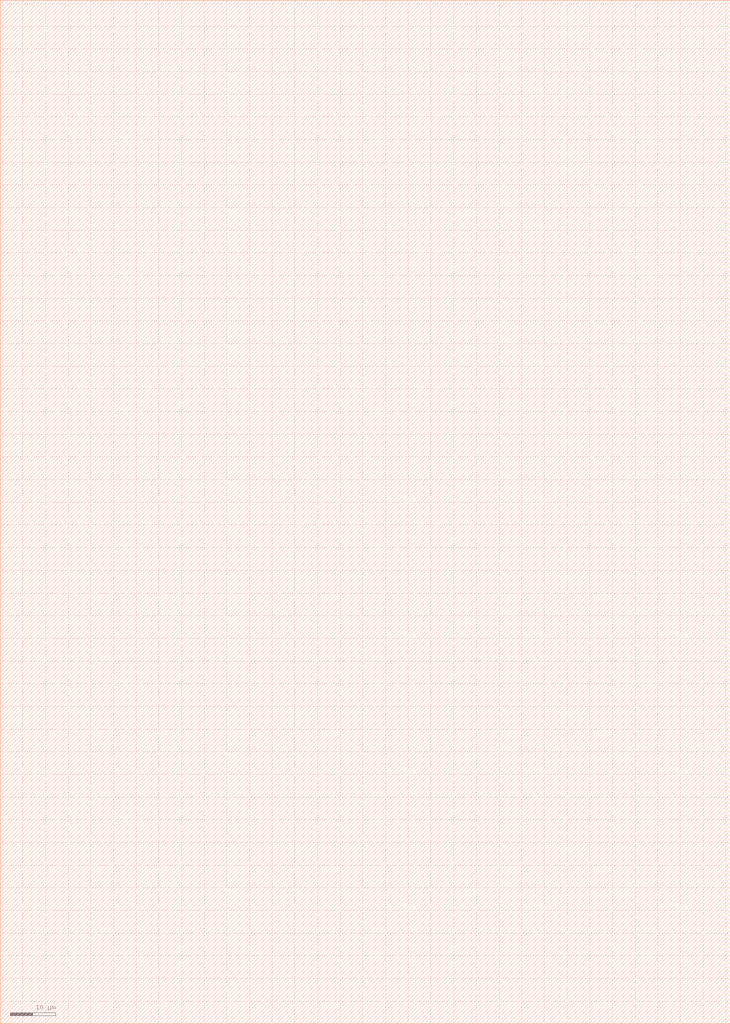
<source format=lef>
VERSION 5.7 ;
BUSBITCHARS "[]" ;
DIVIDERCHAR "/" ;

PROPERTYDEFINITIONS
  LAYER LEF58_TYPE STRING ;
  LAYER LEF58_SPACING STRING ;
  LAYER LEF58_WIDTH STRING ;
END PROPERTYDEFINITIONS

UNITS
  TIME NANOSECONDS 1 ;
  CAPACITANCE PICOFARADS 1 ;
  RESISTANCE OHMS 1 ;
  DATABASE MICRONS 1000 ;
END UNITS
MANUFACTURINGGRID 0.005 ;
LAYER OVERLAP
  TYPE OVERLAP ;
END OVERLAP

LAYER pwell
  TYPE MASTERSLICE ;
  PROPERTY LEF58_TYPE "TYPE PWELL ;" ;
END pwell

LAYER nwell
  TYPE MASTERSLICE ;
  PROPERTY LEF58_TYPE "TYPE NWELL ;" ;
  PROPERTY LEF58_SPACING "SPACING 1.27 ;" ;
  PROPERTY LEF58_WIDTH "WIDTH 0.84 ;" ;
END nwell

LAYER diff
  TYPE MASTERSLICE ;
  PROPERTY LEF58_TYPE "TYPE DIFFUSION ;" ;
  PROPERTY LEF58_SPACING "SPACING 0.27 ;" ;
  PROPERTY LEF58_WIDTH "WIDTH 0.15 ;" ;
END diff

LAYER tap
  TYPE MASTERSLICE ;
  PROPERTY LEF58_TYPE "TYPE DIFFUSION ;" ;
  PROPERTY LEF58_SPACING "SPACING 0.27 ;" ;
  PROPERTY LEF58_WIDTH "WIDTH 0.15 ;" ;
END tap

LAYER nsdm
  TYPE IMPLANT ;
  WIDTH 0.38 ;
  SPACING 0.38 ;
  AREA 0.265 ;
END nsdm

LAYER psdm
  TYPE IMPLANT ;
  WIDTH 0.38 ;
  SPACING 0.38 ;
  AREA 0.255 ;
END psdm

LAYER poly
  TYPE MASTERSLICE ;
END poly

LAYER npc
  TYPE CUT ;
  SPACING 0.27 ;
  WIDTH 0.27 ;
  ANTENNAMODEL OXIDE1 ;
END npc

LAYER licon1
  TYPE MASTERSLICE ;
  PROPERTY LEF58_TYPE "TYPE MEOL ;" ;
END licon1

LAYER li1
  TYPE ROUTING ;
  DIRECTION HORIZONTAL ;
  WIDTH 0.17 ;
  AREA 0.056 ;
  SPACING 0.17 ;
  SPACING 0.17 SAMENET ;
  RESISTANCE RPERSQ 12.2 ;
  CAPACITANCE CPERSQDIST 3.69e-05 ;
  THICKNESS 0.1 ;
  EDGECAPACITANCE 3.26e-06 ;
  ANTENNAMODEL OXIDE1 ;
    ANTENNASIDEAREARATIO 75 ;
    ANTENNADIFFSIDEAREARATIO PWL ( ( 0 75 ) ( 0.0125 75 ) ( 0.0225 85.125 ) ( 22.5 10200 ) ) ;
END li1

LAYER mcon
  TYPE CUT ;
  SPACING 0.19 ;
  WIDTH 0.17 ;
  ENCLOSURE BELOW 0 0 ;
  ENCLOSURE ABOVE 0.03 0.06 ;
  ANTENNAMODEL OXIDE1 ;
    ANTENNAAREARATIO 3 ;
    ANTENNADIFFAREARATIO PWL ( ( 0 3 ) ( 0.0125 3 ) ( 0.0225 3.405 ) ( 22.5 408 ) ) ;
  DCCURRENTDENSITY AVERAGE 0.36 ;
END mcon

LAYER met1
  TYPE ROUTING ;
  DIRECTION HORIZONTAL ;
  PITCH 0.28 0.28 ;
  WIDTH 0.14 ;
  OFFSET 0.14 0.14 ;
  AREA 0.083 ;
  SPACING 0.14 ;
  SPACING 0.28 RANGE 3.005 10000 ;
  SPACING 0.14 SAMENET ;
  SPACING 0.28 RANGE 3.005 10000 INFLUENCE 0.28 ;
  MAXWIDTH 4 ;
  MINENCLOSEDAREA 0.14 ;
  RESISTANCE RPERSQ 0.125 ;
  CAPACITANCE CPERSQDIST 2.58e-05 ;
  THICKNESS 0.35 ;
  EDGECAPACITANCE 1.79e-06 ;
  ANTENNAMODEL OXIDE1 ;
    ANTENNASIDEAREARATIO 400 ;
    ANTENNADIFFSIDEAREARATIO PWL ( ( 0 400 ) ( 0.0125 400 ) ( 0.0225 2609 ) ( 22.5 11600 ) ) ;
  ACCURRENTDENSITY RMS 6.1 ;
  DCCURRENTDENSITY AVERAGE 2.8 ;
END met1

LAYER via
  TYPE CUT ;
  SPACING 0.17 ;
  WIDTH 0.15 ;
  ENCLOSURE BELOW 0.055 0.085 ;
  ENCLOSURE ABOVE 0.055 0.085 ;
  ANTENNAMODEL OXIDE1 ;
    ANTENNAAREARATIO 6 ;
    ANTENNADIFFAREARATIO PWL ( ( 0 6 ) ( 0.0125 6 ) ( 0.0225 6.81 ) ( 22.5 816 ) ) ;
  DCCURRENTDENSITY AVERAGE 0.29 ;
END via

LAYER met2
  TYPE ROUTING ;
  DIRECTION VERTICAL ;
  PITCH 0.28 0.28 ;
  WIDTH 0.14 ;
  OFFSET 0.14 0.14 ;
  AREA 0.0676 ;
  SPACING 0.14 ;
  SPACING 0.28 RANGE 3.005 10000 ;
  SPACING 0.14 SAMENET ;
  SPACING 0.28 RANGE 3.005 10000 INFLUENCE 0.28 ;
  MAXWIDTH 4 ;
  MINENCLOSEDAREA 0.14 ;
  RESISTANCE RPERSQ 0.125 ;
  CAPACITANCE CPERSQDIST 1.75e-05 ;
  THICKNESS 0.35 ;
  EDGECAPACITANCE 1.22e-06 ;
  ANTENNAMODEL OXIDE1 ;
    ANTENNASIDEAREARATIO 400 ;
    ANTENNADIFFSIDEAREARATIO PWL ( ( 0 400 ) ( 0.0125 400 ) ( 0.0225 2609 ) ( 22.5 11600 ) ) ;
  ACCURRENTDENSITY RMS 6.1 ;
  DCCURRENTDENSITY AVERAGE 2.8 ;
END met2

LAYER via2
  TYPE CUT ;
  SPACING 0.2 ;
  WIDTH 0.2 ;
  ENCLOSURE BELOW 0.04 0.085 ;
  ENCLOSURE ABOVE 0.065 0.065 ;
  ANTENNAMODEL OXIDE1 ;
    ANTENNAAREARATIO 6 ;
    ANTENNADIFFAREARATIO PWL ( ( 0 6 ) ( 0.0125 6 ) ( 0.0225 6.81 ) ( 22.5 816 ) ) ;
  DCCURRENTDENSITY AVERAGE 0.48 ;
END via2

LAYER met3
  TYPE ROUTING ;
  DIRECTION HORIZONTAL ;
  PITCH 0.6 0.6 ;
  WIDTH 0.3 ;
  OFFSET 0.3 0.3 ;
  AREA 0.24 ;
  SPACING 0.3 ;
  SPACING 0.4 RANGE 3.005 10000 ;
  SPACING 0.3 SAMENET ;
  SPACING 0.4 RANGE 3.005 10000 INFLUENCE 0.4 ;
  MAXWIDTH 4 ;
  MINENCLOSEDAREA 0.2 ;
  RESISTANCE RPERSQ 0.047 ;
  CAPACITANCE CPERSQDIST 1.26e-05 ;
  THICKNESS 0.8 ;
  EDGECAPACITANCE 1.86e-06 ;
  ANTENNAMODEL OXIDE1 ;
    ANTENNASIDEAREARATIO 400 ;
    ANTENNADIFFSIDEAREARATIO PWL ( ( 0 400 ) ( 0.0125 400 ) ( 0.0225 2609 ) ( 22.5 11600 ) ) ;
  ACCURRENTDENSITY RMS 14.9 ;
  DCCURRENTDENSITY AVERAGE 6.8 ;
END met3

LAYER via3
  TYPE CUT ;
  SPACING 0.2 ;
  WIDTH 0.2 ;
  ENCLOSURE BELOW 0.06 0.09 ;
  ENCLOSURE ABOVE 0.065 0.065 ;
  ANTENNAMODEL OXIDE1 ;
    ANTENNAAREARATIO 6 ;
    ANTENNADIFFAREARATIO PWL ( ( 0 6 ) ( 0.0125 6 ) ( 0.0225 6.81 ) ( 22.5 816 ) ) ;
  DCCURRENTDENSITY AVERAGE 0.48 ;
END via3

LAYER met4
  TYPE ROUTING ;
  DIRECTION VERTICAL ;
  PITCH 0.6 0.6 ;
  WIDTH 0.3 ;
  OFFSET 0.3 0.3 ;
  AREA 0.24 ;
  SPACING 0.3 ;
  SPACING 0.4 RANGE 3.005 10000 ;
  SPACING 0.3 SAMENET ;
  SPACING 0.4 RANGE 3.005 10000 INFLUENCE 0.4 ;
  MAXWIDTH 10 ;
  MINENCLOSEDAREA 0.2 ;
  RESISTANCE RPERSQ 0.047 ;
  CAPACITANCE CPERSQDIST 8.67e-06 ;
  THICKNESS 0.8 ;
  EDGECAPACITANCE 1.29e-06 ;
  ANTENNAMODEL OXIDE1 ;
    ANTENNASIDEAREARATIO 400 ;
    ANTENNADIFFSIDEAREARATIO PWL ( ( 0 400 ) ( 0.0125 400 ) ( 0.0225 2609 ) ( 22.5 11600 ) ) ;
  ACCURRENTDENSITY RMS 14.9 ;
  DCCURRENTDENSITY AVERAGE 6.8 ;
END met4

LAYER via4
  TYPE CUT ;
  SPACING 0.8 ;
  WIDTH 0.8 ;
  ENCLOSURE BELOW 0.19 0.19 ;
  ENCLOSURE ABOVE 0.31 0.31 ;
  ANTENNAMODEL OXIDE1 ;
    ANTENNAAREARATIO 6 ;
    ANTENNADIFFAREARATIO PWL ( ( 0 6 ) ( 0.0125 6 ) ( 0.0225 6.81 ) ( 22.5 816 ) ) ;
  DCCURRENTDENSITY AVERAGE 2.49 ;
END via4

LAYER met5
  TYPE ROUTING ;
  DIRECTION HORIZONTAL ;
  PITCH 3.2 3.2 ;
  WIDTH 1.6 ;
  OFFSET 1.6 1.6 ;
  AREA 4 ;
  SPACING 1.6 ;
  SPACING 1.6 SAMENET ;
  RESISTANCE RPERSQ 0.0285 ;
  CAPACITANCE CPERSQDIST 6.48e-06 ;
  THICKNESS 1.2 ;
  EDGECAPACITANCE 4.96e-06 ;
  ANTENNAMODEL OXIDE1 ;
    ANTENNASIDEAREARATIO 400 ;
    ANTENNADIFFSIDEAREARATIO PWL ( ( 0 400 ) ( 0.0125 400 ) ( 0.0225 2609 ) ( 22.5 11600 ) ) ;
  ACCURRENTDENSITY RMS 22.34 ;
  DCCURRENTDENSITY AVERAGE 10.17 ;
END met5

LAYER rdl
  TYPE ROUTING ;
  DIRECTION HORIZONTAL ;
  WIDTH 10 ;
  SPACING 10 ;
  RESISTANCE RPERSQ 0.005 ;
  CAPACITANCE CPERSQDIST 2.66e-06 ;
  THICKNESS 2 ;
  EDGECAPACITANCE 6.2e-06 ;
  ANTENNAMODEL OXIDE1 ;
END rdl

VIARULE M4M5_C GENERATE DEFAULT
  LAYER met5 ;
    ENCLOSURE 0.31 0.31 ;
  LAYER met4 ;
    ENCLOSURE 0.19 0.19 ;
  LAYER via4 ;
    RECT -0.4 -0.4 0.4 0.4 ;
    SPACING 1.6 BY 1.6 ;
    RESISTANCE 0.380000 ;
END M4M5_C

VIARULE M3M4_C GENERATE DEFAULT
  LAYER met4 ;
    ENCLOSURE 0.065 0.065 ;
  LAYER met3 ;
    ENCLOSURE 0.06 0.09 ;
  LAYER via3 ;
    RECT -0.1 -0.1 0.1 0.1 ;
    SPACING 0.4 BY 0.4 ;
    RESISTANCE 3.410000 ;
END M3M4_C

VIARULE M2M3_C GENERATE DEFAULT
  LAYER met3 ;
    ENCLOSURE 0.065 0.065 ;
  LAYER met2 ;
    ENCLOSURE 0.04 0.085 ;
  LAYER via2 ;
    RECT -0.1 -0.1 0.1 0.1 ;
    SPACING 0.4 BY 0.4 ;
    RESISTANCE 3.410000 ;
END M2M3_C

VIARULE M1M2_C GENERATE DEFAULT
  LAYER met2 ;
    ENCLOSURE 0.055 0.085 ;
  LAYER met1 ;
    ENCLOSURE 0.055 0.085 ;
  LAYER via ;
    RECT -0.075 -0.075 0.075 0.075 ;
    SPACING 0.32 BY 0.32 ;
    RESISTANCE 4.500000 ;
END M1M2_C

VIARULE L1M1_C GENERATE DEFAULT
  LAYER met1 ;
    ENCLOSURE 0.03 0.06 ;
  LAYER li1 ;
    ENCLOSURE 0 0.08 ;
  LAYER mcon ;
    RECT -0.085 -0.085 0.085 0.085 ;
    SPACING 0.36 BY 0.36 ;
    RESISTANCE 9.300000 ;
END L1M1_C

VIA M2M3_C_0
  VIARULE M2M3_C ;
  CUTSIZE 0.2 0.2 ;
  LAYERS met2 via2 met3 ;
  CUTSPACING 0.2 0.2 ;
  ENCLOSURE 0.04 0.085 0.065 0.065 ;
  ROWCOL 1 1 ;
END M2M3_C_0

VIA M2M3_C_1
  VIARULE M2M3_C ;
  CUTSIZE 0.2 0.2 ;
  LAYERS met2 via2 met3 ;
  CUTSPACING 0.2 0.2 ;
  ENCLOSURE 0.04 0.085 0.065 0.065 ;
  ROWCOL 1 1 ;
END M2M3_C_1

VIA M1M2_C_2
  VIARULE M1M2_C ;
  CUTSIZE 0.15 0.15 ;
  LAYERS met1 via met2 ;
  CUTSPACING 0.17 0.17 ;
  ENCLOSURE 0.055 0.085 0.055 0.085 ;
  ROWCOL 1 1 ;
END M1M2_C_2

VIA M1M2_C_3
  VIARULE M1M2_C ;
  CUTSIZE 0.15 0.15 ;
  LAYERS met1 via met2 ;
  CUTSPACING 0.17 0.17 ;
  ENCLOSURE 0.055 0.085 0.055 0.085 ;
  ROWCOL 1 1 ;
END M1M2_C_3

VIA M3M4_C_4
  VIARULE M3M4_C ;
  CUTSIZE 0.2 0.2 ;
  LAYERS met3 via3 met4 ;
  CUTSPACING 0.2 0.2 ;
  ENCLOSURE 0.06 0.09 0.065 0.065 ;
  ROWCOL 1 1 ;
END M3M4_C_4

VIA M3M4_C_5
  VIARULE M3M4_C ;
  CUTSIZE 0.2 0.2 ;
  LAYERS met3 via3 met4 ;
  CUTSPACING 0.2 0.2 ;
  ENCLOSURE 0.06 0.09 0.065 0.065 ;
  ROWCOL 1 1 ;
END M3M4_C_5

MACRO tt_um_template
  ORIGIN 0 0 ;
  FOREIGN tt_um_template 0 0 ;
  SIZE 161 BY 225.76 ;
END tt_um_template

END LIBRARY

</source>
